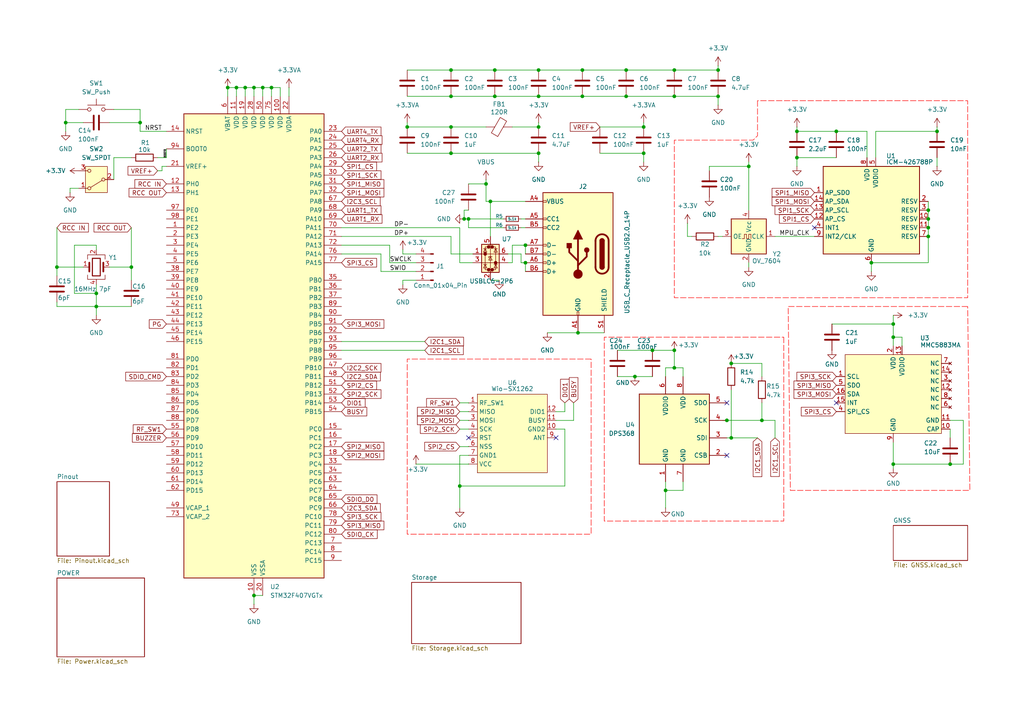
<source format=kicad_sch>
(kicad_sch (version 20250114) (generator "eeschema") (generator_version "9.0")
  (paper "A4")
  (junction (at 135.89 63.5))
  (junction (at 217.17 48.26))
  (junction (at 259.08 97.79))
  (junction (at 193.04 142.24))
  (junction (at 208.28 20.32))
  (junction (at 156.21 27.94))
  (junction (at 259.08 93.98))
  (junction (at 269.24 68.58))
  (junction (at 189.23 101.6))
  (junction (at 252.73 76.2))
  (junction (at 168.91 27.94))
  (junction (at 27.94 85.09))
  (junction (at 271.78 38.1))
  (junction (at 275.59 134.62))
  (junction (at 156.21 36.83))
  (junction (at 118.11 36.83))
  (junction (at 66.04 25.4))
  (junction (at 269.24 60.96))
  (junction (at 212.09 127))
  (junction (at 130.81 20.32))
  (junction (at 133.35 140.97))
  (junction (at 143.51 20.32))
  (junction (at 210.82 121.92))
  (junction (at 231.14 38.1))
  (junction (at 269.24 63.5))
  (junction (at 143.51 27.94))
  (junction (at 152.4 76.2))
  (junction (at 78.74 25.4))
  (junction (at 76.2 25.4))
  (junction (at 184.15 109.22))
  (junction (at 19.05 35.56))
  (junction (at 152.4 71.12))
  (junction (at 140.97 53.34))
  (junction (at 40.64 35.56))
  (junction (at 130.81 36.83))
  (junction (at 195.58 101.6))
  (junction (at 73.66 25.4))
  (junction (at 130.81 44.45))
  (junction (at 195.58 20.32))
  (junction (at 186.69 44.45))
  (junction (at 156.21 20.32))
  (junction (at 186.69 36.83))
  (junction (at 130.81 27.94))
  (junction (at 38.1 77.47))
  (junction (at 71.12 25.4))
  (junction (at 195.58 106.68))
  (junction (at 208.28 27.94))
  (junction (at 269.24 66.04))
  (junction (at 168.91 20.32))
  (junction (at 134.62 63.5))
  (junction (at 16.51 77.47))
  (junction (at 181.61 27.94))
  (junction (at 156.21 44.45))
  (junction (at 181.61 20.32))
  (junction (at 167.64 96.52))
  (junction (at 195.58 27.94))
  (junction (at 242.57 38.1))
  (junction (at 231.14 45.72))
  (junction (at 259.08 134.62))
  (junction (at 220.98 121.92))
  (junction (at 73.66 172.72))
  (junction (at 68.58 25.4))
  (junction (at 142.24 58.42))
  (junction (at 212.09 105.41))
  (junction (at 27.94 88.9))
  (no_connect (at 161.2646 126.9746))
  (no_connect (at 210.82 132.08))
  (no_connect (at 135.9154 126.9746))
  (no_connect (at 236.22 66.04))
  (no_connect (at 210.82 116.84))
  (no_connect (at 242.57 116.84))
  (wire (pts (xy 16.51 77.47) (xy 24.13 77.47)))
  (wire (pts (xy 279.4 121.92) (xy 279.4 134.62)))
  (wire (pts (xy 168.91 27.94) (xy 181.61 27.94)))
  (wire (pts (xy 118.11 36.83) (xy 130.81 36.83)))
  (wire (pts (xy 16.51 88.9) (xy 27.94 88.9)))
  (wire (pts (xy 135.89 121.92) (xy 135.89 121.9454)))
  (wire (pts (xy 130.81 73.66) (xy 137.16 73.66)))
  (wire (pts (xy 269.24 63.5) (xy 269.24 66.04)))
  (wire (pts (xy 27.94 82.55) (xy 27.94 85.09)))
  (wire (pts (xy 254 45.72) (xy 254 38.1)))
  (wire (pts (xy 113.03 71.12) (xy 99.06 71.12)))
  (wire (pts (xy 275.59 134.62) (xy 279.4 134.62)))
  (wire (pts (xy 167.64 96.52) (xy 175.26 96.52)))
  (wire (pts (xy 198.12 142.24) (xy 198.12 139.7)))
  (wire (pts (xy 212.09 127) (xy 210.82 127)))
  (wire (pts (xy 242.57 38.1) (xy 251.46 38.1)))
  (wire (pts (xy 181.61 20.32) (xy 195.58 20.32)))
  (wire (pts (xy 271.78 36.83) (xy 271.78 38.1)))
  (wire (pts (xy 118.11 35.56) (xy 118.11 36.83)))
  (wire (pts (xy 186.69 44.45) (xy 186.69 46.99)))
  (wire (pts (xy 142.24 81.28) (xy 144.78 81.28)))
  (wire (pts (xy 156.21 20.32) (xy 168.91 20.32)))
  (wire (pts (xy 143.51 27.94) (xy 156.21 27.94)))
  (wire (pts (xy 45.72 49.53) (xy 46.99 49.53)))
  (wire (pts (xy 27.94 71.12) (xy 21.59 71.12)))
  (wire (pts (xy 186.69 35.56) (xy 186.69 36.83)))
  (wire (pts (xy 189.23 101.6) (xy 179.07 101.6)))
  (wire (pts (xy 152.4 63.5) (xy 151.13 63.5)))
  (wire (pts (xy 66.04 25.4) (xy 68.58 25.4)))
  (wire (pts (xy 199.39 68.58) (xy 200.66 68.58)))
  (wire (pts (xy 68.58 25.4) (xy 71.12 25.4)))
  (wire (pts (xy 147.32 73.66) (xy 151.13 73.66)))
  (wire (pts (xy 135.89 66.04) (xy 135.89 63.5)))
  (wire (pts (xy 135.89 134.62) (xy 135.89 134.5946)))
  (wire (pts (xy 163.83 116.84) (xy 163.83 119.4054)))
  (wire (pts (xy 148.59 71.12) (xy 152.4 71.12)))
  (wire (pts (xy 156.21 27.94) (xy 168.91 27.94)))
  (wire (pts (xy 209.55 121.92) (xy 210.82 121.92)))
  (wire (pts (xy 27.94 85.09) (xy 27.94 88.9)))
  (wire (pts (xy 116.84 81.28) (xy 116.84 82.55)))
  (wire (pts (xy 163.83 124.46) (xy 161.2646 124.46)))
  (wire (pts (xy 140.97 52.07) (xy 140.97 53.34)))
  (wire (pts (xy 73.66 25.4) (xy 73.66 27.94)))
  (wire (pts (xy 135.9154 124.46) (xy 133.35 124.46)))
  (wire (pts (xy 146.05 66.04) (xy 135.89 66.04)))
  (wire (pts (xy 195.58 101.6) (xy 195.58 106.68)))
  (wire (pts (xy 181.61 27.94) (xy 195.58 27.94)))
  (wire (pts (xy 269.24 60.96) (xy 269.24 63.5)))
  (wire (pts (xy 130.81 27.94) (xy 143.51 27.94)))
  (wire (pts (xy 133.35 76.2) (xy 137.16 76.2)))
  (wire (pts (xy 110.49 78.74) (xy 110.49 73.66)))
  (wire (pts (xy 151.13 73.66) (xy 151.13 76.2)))
  (wire (pts (xy 118.11 44.45) (xy 130.81 44.45)))
  (wire (pts (xy 99.06 99.06) (xy 123.19 99.06)))
  (wire (pts (xy 120.65 81.28) (xy 116.84 81.28)))
  (wire (pts (xy 147.32 76.2) (xy 148.59 76.2)))
  (wire (pts (xy 22.86 31.75) (xy 19.05 31.75)))
  (wire (pts (xy 22.86 54.61) (xy 20.32 54.61)))
  (wire (pts (xy 118.11 27.94) (xy 130.81 27.94)))
  (wire (pts (xy 271.78 45.72) (xy 271.78 48.26)))
  (wire (pts (xy 205.74 48.26) (xy 217.17 48.26)))
  (wire (pts (xy 99.06 101.6) (xy 123.19 101.6)))
  (wire (pts (xy 167.64 96.52) (xy 158.75 96.52)))
  (wire (pts (xy 16.51 88.9) (xy 16.51 87.63)))
  (wire (pts (xy 135.89 129.54) (xy 133.35 129.54)))
  (wire (pts (xy 81.28 25.4) (xy 81.28 27.94)))
  (wire (pts (xy 38.1 77.47) (xy 38.1 81.28)))
  (wire (pts (xy 116.84 73.66) (xy 120.65 73.66)))
  (wire (pts (xy 16.51 66.04) (xy 16.51 77.47)))
  (wire (pts (xy 135.89 53.34) (xy 140.97 53.34)))
  (wire (pts (xy 152.4 71.12) (xy 152.4 73.66)))
  (wire (pts (xy 16.51 77.47) (xy 16.51 80.01)))
  (wire (pts (xy 173.99 44.45) (xy 186.69 44.45)))
  (wire (pts (xy 130.81 68.58) (xy 130.81 73.66)))
  (wire (pts (xy 198.12 106.68) (xy 198.12 109.22)))
  (wire (pts (xy 40.64 38.1) (xy 48.26 38.1)))
  (wire (pts (xy 220.98 121.92) (xy 224.79 121.92)))
  (wire (pts (xy 135.89 129.5146) (xy 135.9154 129.5146)))
  (wire (pts (xy 152.4 76.2) (xy 152.4 78.74)))
  (wire (pts (xy 135.89 116.8654) (xy 135.9154 116.8654)))
  (wire (pts (xy 134.62 63.5) (xy 135.89 63.5)))
  (wire (pts (xy 259.08 128.27) (xy 259.08 134.62)))
  (wire (pts (xy 269.24 68.58) (xy 269.24 76.2)))
  (wire (pts (xy 261.62 97.79) (xy 259.08 97.79)))
  (wire (pts (xy 113.03 76.2) (xy 113.03 71.12)))
  (wire (pts (xy 254 38.1) (xy 271.78 38.1)))
  (wire (pts (xy 40.64 31.75) (xy 40.64 35.56)))
  (wire (pts (xy 193.04 142.24) (xy 198.12 142.24)))
  (wire (pts (xy 251.46 38.1) (xy 251.46 45.72)))
  (wire (pts (xy 259.08 134.62) (xy 275.59 134.62)))
  (wire (pts (xy 259.08 93.98) (xy 259.08 97.79)))
  (wire (pts (xy 83.82 25.4) (xy 83.82 27.94)))
  (wire (pts (xy 217.17 48.26) (xy 217.17 60.96)))
  (wire (pts (xy 212.09 113.03) (xy 212.09 127)))
  (wire (pts (xy 148.59 76.2) (xy 148.59 71.12)))
  (wire (pts (xy 113.03 76.2) (xy 120.65 76.2)))
  (wire (pts (xy 163.83 119.4054) (xy 161.2646 119.4054)))
  (wire (pts (xy 231.14 45.72) (xy 242.57 45.72)))
  (wire (pts (xy 275.59 121.92) (xy 279.4 121.92)))
  (wire (pts (xy 133.35 140.97) (xy 133.35 147.32)))
  (wire (pts (xy 217.17 46.99) (xy 217.17 48.26)))
  (wire (pts (xy 151.13 66.04) (xy 152.4 66.04)))
  (wire (pts (xy 148.59 36.83) (xy 156.21 36.83)))
  (wire (pts (xy 133.35 132.08) (xy 133.35 140.97)))
  (wire (pts (xy 135.89 119.38) (xy 135.89 119.4054)))
  (wire (pts (xy 120.65 134.62) (xy 135.89 134.62)))
  (wire (pts (xy 168.91 20.32) (xy 181.61 20.32)))
  (wire (pts (xy 217.17 77.47) (xy 217.17 76.2)))
  (wire (pts (xy 261.62 100.33) (xy 261.62 97.79)))
  (wire (pts (xy 189.23 109.22) (xy 184.15 109.22)))
  (wire (pts (xy 38.1 66.04) (xy 38.1 77.47)))
  (wire (pts (xy 78.74 25.4) (xy 78.74 27.94)))
  (wire (pts (xy 135.89 121.9454) (xy 135.9154 121.9454)))
  (wire (pts (xy 205.74 49.53) (xy 205.74 48.26)))
  (wire (pts (xy 184.15 109.22) (xy 179.07 109.22)))
  (wire (pts (xy 99.06 66.04) (xy 133.35 66.04)))
  (wire (pts (xy 130.81 44.45) (xy 156.21 44.45)))
  (wire (pts (xy 27.94 88.9) (xy 38.1 88.9)))
  (wire (pts (xy 259.08 97.79) (xy 259.08 100.33)))
  (wire (pts (xy 143.51 20.32) (xy 156.21 20.32)))
  (wire (pts (xy 21.59 85.09) (xy 27.94 85.09)))
  (wire (pts (xy 33.02 31.75) (xy 40.64 31.75)))
  (wire (pts (xy 173.99 36.83) (xy 186.69 36.83)))
  (wire (pts (xy 71.12 25.4) (xy 73.66 25.4)))
  (wire (pts (xy 48.26 43.18) (xy 48.26 45.72)))
  (wire (pts (xy 135.89 132.08) (xy 135.89 132.0546)))
  (wire (pts (xy 208.28 20.32) (xy 195.58 20.32)))
  (wire (pts (xy 224.79 68.58) (xy 236.22 68.58)))
  (wire (pts (xy 189.23 101.6) (xy 195.58 101.6)))
  (wire (pts (xy 135.89 60.96) (xy 134.62 60.96)))
  (wire (pts (xy 142.24 58.42) (xy 152.4 58.42)))
  (wire (pts (xy 99.06 68.58) (xy 130.81 68.58)))
  (wire (pts (xy 135.89 116.84) (xy 135.89 116.8654)))
  (wire (pts (xy 31.75 35.56) (xy 40.64 35.56)))
  (wire (pts (xy 27.94 72.39) (xy 27.94 71.12)))
  (wire (pts (xy 140.97 58.42) (xy 142.24 58.42)))
  (wire (pts (xy 73.66 25.4) (xy 76.2 25.4)))
  (wire (pts (xy 269.24 76.2) (xy 252.73 76.2)))
  (wire (pts (xy 193.04 139.7) (xy 193.04 142.24)))
  (wire (pts (xy 76.2 25.4) (xy 76.2 27.94)))
  (wire (pts (xy 195.58 27.94) (xy 208.28 27.94)))
  (wire (pts (xy 110.49 73.66) (xy 99.06 73.66)))
  (wire (pts (xy 231.14 38.1) (xy 242.57 38.1)))
  (wire (pts (xy 27.94 91.44) (xy 27.94 88.9)))
  (wire (pts (xy 199.39 64.77) (xy 199.39 68.58)))
  (wire (pts (xy 135.89 119.4054) (xy 135.9154 119.4054)))
  (wire (pts (xy 231.14 45.72) (xy 231.14 48.26)))
  (wire (pts (xy 193.04 109.22) (xy 193.04 106.68)))
  (wire (pts (xy 135.89 132.08) (xy 133.35 132.08)))
  (wire (pts (xy 19.05 35.56) (xy 19.05 38.1)))
  (wire (pts (xy 21.59 71.12) (xy 21.59 85.09)))
  (wire (pts (xy 130.81 20.32) (xy 143.51 20.32)))
  (wire (pts (xy 38.1 77.47) (xy 31.75 77.47)))
  (wire (pts (xy 156.21 35.56) (xy 156.21 36.83)))
  (wire (pts (xy 219.71 127) (xy 212.09 127)))
  (wire (pts (xy 135.89 63.5) (xy 146.05 63.5)))
  (wire (pts (xy 68.58 25.4) (xy 68.58 27.94)))
  (wire (pts (xy 66.04 25.4) (xy 66.04 27.94)))
  (wire (pts (xy 156.21 44.45) (xy 156.21 46.99)))
  (wire (pts (xy 210.82 121.92) (xy 220.98 121.92)))
  (wire (pts (xy 269.24 58.42) (xy 269.24 60.96)))
  (wire (pts (xy 130.81 20.32) (xy 118.11 20.32)))
  (wire (pts (xy 193.04 106.68) (xy 195.58 106.68)))
  (wire (pts (xy 208.28 27.94) (xy 208.28 30.48)))
  (wire (pts (xy 195.58 106.68) (xy 198.12 106.68)))
  (wire (pts (xy 24.13 35.56) (xy 19.05 35.56)))
  (wire (pts (xy 151.13 76.2) (xy 152.4 76.2)))
  (wire (pts (xy 193.04 142.24) (xy 193.04 147.32)))
  (wire (pts (xy 135.89 119.38) (xy 133.35 119.38)))
  (wire (pts (xy 142.24 58.42) (xy 142.24 68.58)))
  (wire (pts (xy 133.35 66.04) (xy 133.35 76.2)))
  (wire (pts (xy 275.59 124.46) (xy 275.59 127)))
  (wire (pts (xy 19.05 31.75) (xy 19.05 35.56)))
  (wire (pts (xy 269.24 66.04) (xy 269.24 68.58)))
  (wire (pts (xy 208.28 68.58) (xy 209.55 68.58)))
  (wire (pts (xy 163.83 140.97) (xy 133.35 140.97)))
  (wire (pts (xy 134.62 60.96) (xy 134.62 63.5)))
  (wire (pts (xy 33.02 45.72) (xy 33.02 52.07)))
  (wire (pts (xy 33.02 45.72) (xy 38.1 45.72)))
  (wire (pts (xy 166.37 121.9454) (xy 161.2646 121.9454)))
  (wire (pts (xy 48.26 45.72) (xy 45.72 45.72)))
  (wire (pts (xy 224.79 121.92) (xy 224.79 127)))
  (wire (pts (xy 220.98 109.22) (xy 220.98 105.41)))
  (wire (pts (xy 220.98 105.41) (xy 212.09 105.41)))
  (wire (pts (xy 71.12 25.4) (xy 71.12 27.94)))
  (wire (pts (xy 46.99 49.53) (xy 46.99 48.26)))
  (wire (pts (xy 166.37 116.84) (xy 166.37 121.9454)))
  (wire (pts (xy 163.83 140.97) (xy 163.83 124.46)))
  (wire (pts (xy 78.74 25.4) (xy 81.28 25.4)))
  (wire (pts (xy 135.89 132.0546) (xy 135.9154 132.0546)))
  (wire (pts (xy 231.14 36.83) (xy 231.14 38.1)))
  (wire (pts (xy 40.64 35.56) (xy 40.64 38.1)))
  (wire (pts (xy 220.98 116.84) (xy 220.98 121.92)))
  (wire (pts (xy 208.28 19.05) (xy 208.28 20.32)))
  (wire (pts (xy 130.81 36.83) (xy 140.97 36.83)))
  (wire (pts (xy 73.66 172.72) (xy 76.2 172.72)))
  (wire (pts (xy 110.49 78.74) (xy 120.65 78.74)))
  (wire (pts (xy 46.99 48.26) (xy 48.26 48.26)))
  (wire (pts (xy 76.2 25.4) (xy 78.74 25.4)))
  (wire (pts (xy 259.08 134.62) (xy 259.08 135.89)))
  (wire (pts (xy 135.89 121.92) (xy 133.35 121.92)))
  (wire (pts (xy 116.84 72.39) (xy 116.84 73.66)))
  (wire (pts (xy 135.89 134.5946) (xy 135.9154 134.5946)))
  (wire (pts (xy 241.3 93.98) (xy 259.08 93.98)))
  (wire (pts (xy 20.32 54.61) (xy 20.32 55.88)))
  (wire (pts (xy 252.73 76.2) (xy 252.73 78.74)))
  (wire (pts (xy 73.66 172.72) (xy 73.66 175.26)))
  (wire (pts (xy 259.08 91.44) (xy 259.08 93.98)))
  (wire (pts (xy 135.89 129.54) (xy 135.89 129.5146)))
  (wire (pts (xy 135.89 116.84) (xy 133.35 116.84)))
  (wire (pts (xy 140.97 53.34) (xy 140.97 58.42)))
  (label "NRST" (at 46.99 38.1 180))
  (label "DP+" (at 114.3 68.58 0))
  (label "SWCLK" (at 113.03 76.2 0))
  (label "SWIO" (at 113.03 78.74 0))
  (label "MPU_CLK" (at 226.06 68.58 0))
  (label "BOOT0" (at 48.26 43.18 270) (effects (font (size 0.508 0.508))))
  (label "DP-" (at 114.3 66.04 0))
  (global_label "I2C1_SCL" (shape input) (at 123.19 101.6 0) (property "Intersheetrefs" "${INTERSHEET_REFS}" (effects (hide yes))))
  (global_label "SPI3_SCK" (shape input) (at 242.57 109.22 180) (property "Intersheetrefs" "${INTERSHEET_REFS}" (effects (hide yes))))
  (global_label "BUZZER" (shape input) (at 48.26 127 180) (property "Intersheetrefs" "${INTERSHEET_REFS}" (effects (hide yes))))
  (global_label "I2C2_SCK" (shape input) (at 99.06 106.68 0) (property "Intersheetrefs" "${INTERSHEET_REFS}" (effects (hide yes))))
  (global_label "SDIO_D0" (shape input) (at 99.06 144.78 0) (property "Intersheetrefs" "${INTERSHEET_REFS}" (effects (hide yes))))
  (global_label "SPI2_SCK" (shape input) (at 99.06 114.3 0) (property "Intersheetrefs" "${INTERSHEET_REFS}" (effects (hide yes))))
  (global_label "SDIO_CK" (shape input) (at 99.06 154.94 0) (property "Intersheetrefs" "${INTERSHEET_REFS}" (effects (hide yes))))
  (global_label "RF_SW1" (shape input) (at 133.35 116.84 180) (property "Intersheetrefs" "${INTERSHEET_REFS}" (effects (hide yes))))
  (global_label "SPI3_MOSI" (shape input) (at 242.57 114.3 180) (property "Intersheetrefs" "${INTERSHEET_REFS}" (effects (hide yes))))
  (global_label "SDIO_CMD" (shape input) (at 48.26 109.22 180) (property "Intersheetrefs" "${INTERSHEET_REFS}" (effects (hide yes))))
  (global_label "PG" (shape input) (at 48.26 93.98 180) (property "Intersheetrefs" "${INTERSHEET_REFS}" (effects (hide yes))))
  (global_label "I2C3_SCL" (shape input) (at 99.06 58.42 0) (property "Intersheetrefs" "${INTERSHEET_REFS}" (effects (hide yes))))
  (global_label "SPI2_MISO" (shape input) (at 99.06 129.54 0) (property "Intersheetrefs" "${INTERSHEET_REFS}" (effects (hide yes))))
  (global_label "SPI1_MOSI" (shape input) (at 236.22 58.42 180) (property "Intersheetrefs" "${INTERSHEET_REFS}" (effects (hide yes))))
  (global_label "RCC OUT" (shape input) (at 48.26 55.88 180) (property "Intersheetrefs" "${INTERSHEET_REFS}" (effects (hide yes))))
  (global_label "SPI2_SCK" (shape input) (at 133.35 124.46 180) (property "Intersheetrefs" "${INTERSHEET_REFS}" (effects (hide yes))))
  (global_label "SPI3_SCK" (shape input) (at 99.06 149.86 0) (property "Intersheetrefs" "${INTERSHEET_REFS}" (effects (hide yes))))
  (global_label "SPI1_MISO" (shape input) (at 236.22 55.88 180) (property "Intersheetrefs" "${INTERSHEET_REFS}" (effects (hide yes))))
  (global_label "SPI3_MISO" (shape input) (at 99.06 152.4 0) (property "Intersheetrefs" "${INTERSHEET_REFS}" (effects (hide yes))))
  (global_label "SPI3_CS" (shape input) (at 242.57 119.38 180) (property "Intersheetrefs" "${INTERSHEET_REFS}" (effects (hide yes))))
  (global_label "SPI3_MOSI" (shape input) (at 99.06 93.98 0) (property "Intersheetrefs" "${INTERSHEET_REFS}" (effects (hide yes))))
  (global_label "SPI1_CS" (shape input) (at 99.06 48.26 0) (property "Intersheetrefs" "${INTERSHEET_REFS}" (effects (hide yes))))
  (global_label "SPI2_CS" (shape input) (at 133.35 129.54 180) (property "Intersheetrefs" "${INTERSHEET_REFS}" (effects (hide yes))))
  (global_label "VREF+" (shape input) (at 45.72 49.53 180) (property "Intersheetrefs" "${INTERSHEET_REFS}" (effects (hide yes))))
  (global_label "UART2_RX" (shape input) (at 99.06 45.72 0) (property "Intersheetrefs" "${INTERSHEET_REFS}" (effects (hide yes))))
  (global_label "I2C3_SDA" (shape input) (at 99.06 147.32 0) (property "Intersheetrefs" "${INTERSHEET_REFS}" (effects (hide yes))))
  (global_label "UART1_TX" (shape input) (at 99.06 60.96 0) (property "Intersheetrefs" "${INTERSHEET_REFS}" (effects (hide yes))))
  (global_label "I2C2_SDA" (shape input) (at 99.06 109.22 0) (property "Intersheetrefs" "${INTERSHEET_REFS}" (effects (hide yes))))
  (global_label "RF_SW1" (shape input) (at 48.26 124.46 180) (property "Intersheetrefs" "${INTERSHEET_REFS}" (effects (hide yes))))
  (global_label "BUSY" (shape input) (at 99.06 119.38 0) (property "Intersheetrefs" "${INTERSHEET_REFS}" (effects (hide yes))))
  (global_label "RCC IN" (shape input) (at 48.26 53.34 180) (property "Intersheetrefs" "${INTERSHEET_REFS}" (effects (hide yes))))
  (global_label "SPI3_CS" (shape input) (at 99.06 76.2 0) (property "Intersheetrefs" "${INTERSHEET_REFS}" (effects (hide yes))))
  (global_label "UART1_RX" (shape input) (at 99.06 63.5 0) (property "Intersheetrefs" "${INTERSHEET_REFS}" (effects (hide yes))))
  (global_label "UART2_TX" (shape input) (at 99.06 43.18 0) (property "Intersheetrefs" "${INTERSHEET_REFS}" (effects (hide yes))))
  (global_label "UART4_TX" (shape input) (at 99.06 38.1 0) (property "Intersheetrefs" "${INTERSHEET_REFS}" (effects (hide yes))))
  (global_label "UART4_RX" (shape input) (at 99.06 40.64 0) (property "Intersheetrefs" "${INTERSHEET_REFS}" (effects (hide yes))))
  (global_label "SPI2_MOSI" (shape input) (at 99.06 132.08 0) (property "Intersheetrefs" "${INTERSHEET_REFS}" (effects (hide yes))))
  (global_label "SPI2_MISO" (shape input) (at 133.35 119.38 180) (property "Intersheetrefs" "${INTERSHEET_REFS}" (effects (hide yes))))
  (global_label "BUSY" (shape input) (at 166.37 116.84 90) (property "Intersheetrefs" "${INTERSHEET_REFS}" (effects (hide yes))))
  (global_label "RCC OUT" (shape input) (at 38.1 66.04 180) (property "Intersheetrefs" "${INTERSHEET_REFS}" (effects (hide yes))))
  (global_label "I2C1_SDA" (shape input) (at 123.19 99.06 0) (property "Intersheetrefs" "${INTERSHEET_REFS}" (effects (hide yes))))
  (global_label "DIO1" (shape input) (at 163.83 116.84 90) (property "Intersheetrefs" "${INTERSHEET_REFS}" (effects (hide yes))))
  (global_label "DIO1" (shape input) (at 99.06 116.84 0) (property "Intersheetrefs" "${INTERSHEET_REFS}" (effects (hide yes))))
  (global_label "SPI2_CS" (shape input) (at 99.06 111.76 0) (property "Intersheetrefs" "${INTERSHEET_REFS}" (effects (hide yes))))
  (global_label "SPI2_MOSI" (shape input) (at 133.35 121.92 180) (property "Intersheetrefs" "${INTERSHEET_REFS}" (effects (hide yes))))
  (global_label "I2C1_SDA" (shape input) (at 219.71 127 270) (property "Intersheetrefs" "${INTERSHEET_REFS}" (effects (hide yes))))
  (global_label "SPI1_SCK" (shape input) (at 99.06 50.8 0) (property "Intersheetrefs" "${INTERSHEET_REFS}" (effects (hide yes))))
  (global_label "RCC IN" (shape input) (at 16.51 66.04 0) (property "Intersheetrefs" "${INTERSHEET_REFS}" (effects (hide yes))))
  (global_label "SPI1_SCK" (shape input) (at 236.22 60.96 180) (property "Intersheetrefs" "${INTERSHEET_REFS}" (effects (hide yes))))
  (global_label "I2C1_SCL" (shape input) (at 224.79 127 270) (property "Intersheetrefs" "${INTERSHEET_REFS}" (effects (hide yes))))
  (global_label "SPI1_MISO" (shape input) (at 99.06 53.34 0) (property "Intersheetrefs" "${INTERSHEET_REFS}" (effects (hide yes))))
  (global_label "SPI3_MISO" (shape input) (at 242.57 111.76 180) (property "Intersheetrefs" "${INTERSHEET_REFS}" (effects (hide yes))))
  (global_label "VREF+" (shape input) (at 173.99 36.83 180) (property "Intersheetrefs" "${INTERSHEET_REFS}" (effects (hide yes))))
  (global_label "SPI1_CS" (shape input) (at 236.22 63.5 180) (property "Intersheetrefs" "${INTERSHEET_REFS}" (effects (hide yes))))
  (global_label "SPI1_MOSI" (shape input) (at 99.06 55.88 0) (property "Intersheetrefs" "${INTERSHEET_REFS}" (effects (hide yes))))
  (rule_area (polyline (pts (xy 227.33 97.79) (xy 227.33 151.13) (xy 175.26 151.13) (xy 175.26 97.79)) (stroke (width 0) (type dash))))
  (rule_area (polyline (pts (xy 219.71 29.21) (xy 219.71 39.37) (xy 218.44 40.64) (xy 195.58 40.64) (xy 195.58 86.36) (xy 280.67 86.36) (xy 280.67 29.21)) (stroke (width 0) (type dash))))
  (rule_area (polyline (pts (xy 171.45 104.14) (xy 118.11 104.14) (xy 118.11 154.94) (xy 171.45 154.94)) (stroke (width 0) (type dash))))
  (rule_area (polyline (pts (xy 280.67 88.9) (xy 228.6 88.9) (xy 229.235 142.24) (xy 281.305 142.24)) (stroke (width 0) (type dash))))
  (symbol (lib_id "Power_Protection:USBLC6-2P6") (at 142.24 73.66 0) (unit 1)
    (property "Reference" "U7" (at 145.542 69.342 0) (effects (justify left)))
    (property "Value" "USBLC6-2P6" (at 136.144 81.534 0) (effects (justify left)))
    (property "Footprint" "Package_TO_SOT_SMD:SOT-666" (effects (hide yes)))
    (property "Datasheet" "https://www.st.com/resource/en/datasheet/usblc6-2.pdf" (effects (hide yes)))
    (property "Description" "Very low capacitance ESD protection diode, 2 data-line, SOT-666" (effects (hide yes)))
  )
  (symbol (lib_id "Device:R_Small") (at 148.59 63.5 90) (unit 1)
    (property "Reference" "R5" (at 144.78 62.738 90) (effects (font (size 1.016 1.016))))
    (property "Value" "5.1k" (at 148.59 63.5 90) (effects (font (size 0.762 0.762))))
    (property "Footprint" "Resistor_SMD:R_0603_1608Metric" (effects (hide yes)))
    (property "Description" "Resistor, small symbol" (effects (hide yes)))
  )
  (symbol (lib_id "Switch:SW_Push") (at 27.94 31.75 0) (unit 1)
    (property "Reference" "SW1" (at 27.94 24.13 0))
    (property "Value" "SW_Push" (at 27.94 26.67 0))
    (property "Footprint" "Button_Switch_SMD:SW_Push_1P1T_NO_CK_PTS125Sx43PSMTR" (effects (hide yes)))
    (property "Description" "Push button switch, generic, two pins" (effects (hide yes)))
  )
  (symbol (lib_id "power:GND") (at 133.35 147.32 0) (unit 1)
    (property "Reference" "#PWR040" (effects (hide yes)))
    (property "Value" "GND" (at 133.35 152.4 0))
    (property "Description" "Power symbol creates a global label with name \"GND\" , ground" (effects (hide yes)))
  )
  (symbol (lib_id "Device:C") (at 241.3 97.79 0) (unit 1)
    (property "Reference" "C21" (at 245.11 96.5199 0) (effects (justify left)))
    (property "Value" "1uF" (at 245.11 99.0599 0) (effects (justify left)))
    (property "Footprint" "Capacitor_SMD:C_0603_1608Metric" (effects (hide yes)))
    (property "Description" "Unpolarized capacitor" (effects (hide yes)))
  )
  (symbol (lib_id "Device:R") (at 220.98 113.03 0) (unit 1)
    (property "Reference" "R15" (at 222.25 112.014 0) (effects (justify left)))
    (property "Value" "4.7k" (at 222.25 114.554 0) (effects (justify left)))
    (property "Footprint" "Resistor_SMD:R_0603_1608Metric" (effects (hide yes)))
    (property "Description" "Resistor" (effects (hide yes)))
  )
  (symbol (lib_id "power:+3.3V") (at 22.86 49.53 90) (unit 1)
    (property "Reference" "#PWR012" (effects (hide yes)))
    (property "Value" "+3.3V" (at 19.05 49.5299 90) (effects (justify left)))
    (property "Description" "Power symbol creates a global label with name \"+3.3V\"" (effects (hide yes)))
  )
  (symbol (lib_id "power:GND") (at 271.78 48.26 0) (unit 1)
    (property "Reference" "#PWR022" (effects (hide yes)))
    (property "Value" "GND" (at 271.78 53.34 0))
    (property "Description" "Power symbol creates a global label with name \"GND\" , ground" (effects (hide yes)))
  )
  (symbol (lib_id "power:GND") (at 19.05 38.1 0) (unit 1)
    (property "Reference" "#PWR011" (effects (hide yes)))
    (property "Value" "GND" (at 19.05 43.18 0))
    (property "Description" "Power symbol creates a global label with name \"GND\" , ground" (effects (hide yes)))
  )
  (symbol (lib_id "Device:C") (at 156.21 24.13 0) (unit 1)
    (property "Reference" "C4" (at 160.02 22.8599 0) (effects (justify left)))
    (property "Value" "100nF" (at 160.02 25.3999 0) (effects (justify left)))
    (property "Footprint" "Capacitor_SMD:C_0603_1608Metric" (effects (hide yes)))
    (property "Description" "Unpolarized capacitor" (effects (hide yes)))
  )
  (symbol (lib_id "power:+3.3V") (at 66.04 25.4 0) (unit 1)
    (property "Reference" "#PWR02" (effects (hide yes)))
    (property "Value" "+3.3V" (at 66.04 20.32 0))
    (property "Description" "Power symbol creates a global label with name \"+3.3V\"" (effects (hide yes)))
  )
  (symbol (lib_id "power:+3.3V") (at 271.78 36.83 0) (unit 1)
    (property "Reference" "#PWR021" (effects (hide yes)))
    (property "Value" "+3.3V" (at 271.78 31.75 0))
    (property "Description" "Power symbol creates a global label with name \"+3.3V\"" (effects (hide yes)))
  )
  (symbol (lib_id "Device:C") (at 135.89 57.15 0) (mirror x) (unit 1)
    (property "Reference" "C27" (at 132.08 55.8799 0) (effects (justify right)))
    (property "Value" "100nF" (at 132.08 58.4199 0) (effects (justify right)))
    (property "Footprint" "Capacitor_SMD:C_0402_1005Metric_Pad0.74x0.62mm_HandSolder" (effects (hide yes)))
    (property "Description" "Unpolarized capacitor" (effects (hide yes)))
  )
  (symbol (lib_id "Device:C") (at 181.61 24.13 0) (unit 1)
    (property "Reference" "C6" (at 185.42 22.8599 0) (effects (justify left)))
    (property "Value" "100nF" (at 185.42 25.3999 0) (effects (justify left)))
    (property "Footprint" "Capacitor_SMD:C_0603_1608Metric" (effects (hide yes)))
    (property "Description" "Unpolarized capacitor" (effects (hide yes)))
  )
  (symbol (lib_id "Device:C") (at 179.07 105.41 0) (mirror y) (unit 1)
    (property "Reference" "C24" (at 180.594 98.806 0) (effects (justify left)))
    (property "Value" "100nF" (at 182.88 100.584 0) (effects (justify left)))
    (property "Footprint" "Capacitor_SMD:C_0603_1608Metric" (effects (hide yes)))
    (property "Description" "Unpolarized capacitor" (effects (hide yes)))
  )
  (symbol (lib_id "Device:C") (at 27.94 35.56 270) (unit 1)
    (property "Reference" "C14" (at 22.606 37.846 90) (effects (justify left)))
    (property "Value" "100nF" (at 22.606 40.386 90) (effects (justify left)))
    (property "Footprint" "Capacitor_SMD:C_0603_1608Metric" (effects (hide yes)))
    (property "Description" "Unpolarized capacitor" (effects (hide yes)))
  )
  (symbol (lib_id "Sensor:BME280") (at 195.58 124.46 0) (unit 1)
    (property "Reference" "U4" (at 184.15 123.1899 0) (effects (justify right)))
    (property "Value" "DPS368" (at 184.15 125.7299 0) (effects (justify right)))
    (property "Footprint" "Package_LGA:Bosch_LGA-8_2x2.5mm_P0.65mm_ClockwisePinNumbering" (effects (hide yes)))
    (property "Datasheet" "https://www.bosch-sensortec.com/media/boschsensortec/downloads/datasheets/bst-bme280-ds002.pdf" (effects (hide yes)))
    (property "Description" "3-in-1 sensor, humidity, pressure, temperature, I2C and SPI interface, 1.71-3.6V, LGA-8" (effects (hide yes)))
  )
  (symbol (lib_id "power:GND") (at 205.74 57.15 0) (unit 1)
    (property "Reference" "#PWR026" (effects (hide yes)))
    (property "Value" "GND" (at 205.74 62.23 0))
    (property "Description" "Power symbol creates a global label with name \"GND\" , ground" (effects (hide yes)))
  )
  (symbol (lib_id "Device:C") (at 173.99 40.64 0) (unit 1)
    (property "Reference" "C12" (at 177.8 39.3699 0) (effects (justify left)))
    (property "Value" "100nF" (at 177.8 41.9099 0) (effects (justify left)))
    (property "Footprint" "Capacitor_SMD:C_0603_1608Metric" (effects (hide yes)))
    (property "Description" "Unpolarized capacitor" (effects (hide yes)))
  )
  (symbol (lib_id "power:+3.3VA") (at 186.69 35.56 0) (unit 1)
    (property "Reference" "#PWR09" (effects (hide yes)))
    (property "Value" "+3.3VA" (at 186.69 30.48 0))
    (property "Description" "Power symbol creates a global label with name \"+3.3VA\"" (effects (hide yes)))
  )
  (symbol (lib_id "power:GND") (at 144.78 81.28 0) (unit 1)
    (property "Reference" "#PWR042" (effects (hide yes)))
    (property "Value" "GND" (at 144.78 85.344 0))
    (property "Description" "Power symbol creates a global label with name \"GND\" , ground" (effects (hide yes)))
  )
  (symbol (lib_id "power:GND") (at 186.69 46.99 0) (unit 1)
    (property "Reference" "#PWR010" (effects (hide yes)))
    (property "Value" "GND" (at 186.69 52.07 0))
    (property "Description" "Power symbol creates a global label with name \"GND\" , ground" (effects (hide yes)))
  )
  (symbol (lib_id "power:GND") (at 193.04 147.32 0) (unit 1)
    (property "Reference" "#PWR031" (effects (hide yes)))
    (property "Value" "GND" (at 196.596 149.098 0))
    (property "Description" "Power symbol creates a global label with name \"GND\" , ground" (effects (hide yes)))
  )
  (symbol (lib_id "power:GND") (at 208.28 30.48 0) (unit 1)
    (property "Reference" "#PWR04" (effects (hide yes)))
    (property "Value" "GND" (at 208.28 35.56 0))
    (property "Description" "Power symbol creates a global label with name \"GND\" , ground" (effects (hide yes)))
  )
  (symbol (lib_id "Device:C") (at 168.91 24.13 0) (unit 1)
    (property "Reference" "C5" (at 172.72 22.8599 0) (effects (justify left)))
    (property "Value" "100nF" (at 172.72 25.3999 0) (effects (justify left)))
    (property "Footprint" "Capacitor_SMD:C_0603_1608Metric" (effects (hide yes)))
    (property "Description" "Unpolarized capacitor" (effects (hide yes)))
  )
  (symbol (lib_id "power:GND") (at 116.84 82.55 0) (unit 1)
    (property "Reference" "#PWR015" (effects (hide yes)))
    (property "Value" "GND" (at 116.84 87.63 0))
    (property "Description" "Power symbol creates a global label with name \"GND\" , ground" (effects (hide yes)))
  )
  (symbol (lib_id "power:+3.3V") (at 217.17 46.99 0) (unit 1)
    (property "Reference" "#PWR025" (effects (hide yes)))
    (property "Value" "+3.3V" (at 217.17 41.91 0))
    (property "Description" "Power symbol creates a global label with name \"+3.3V\"" (effects (hide yes)))
  )
  (symbol (lib_id "Device:C") (at 242.57 41.91 0) (unit 1)
    (property "Reference" "C18" (at 245.618 40.64 0) (effects (justify left)))
    (property "Value" "100nF" (at 245.618 43.18 0) (effects (justify left)))
    (property "Footprint" "Capacitor_SMD:C_0603_1608Metric" (effects (hide yes)))
    (property "Description" "Unpolarized capacitor" (effects (hide yes)))
  )
  (symbol (lib_id "power:GND") (at 184.15 109.22 0) (mirror y) (unit 1)
    (property "Reference" "#PWR033" (effects (hide yes)))
    (property "Value" "GND" (at 180.594 110.998 0))
    (property "Description" "Power symbol creates a global label with name \"GND\" , ground" (effects (hide yes)))
  )
  (symbol (lib_id "Device:C") (at 118.11 40.64 0) (unit 1)
    (property "Reference" "C9" (at 121.92 39.3699 0) (effects (justify left)))
    (property "Value" "100nF" (at 121.92 41.9099 0) (effects (justify left)))
    (property "Footprint" "Capacitor_SMD:C_0603_1608Metric" (effects (hide yes)))
    (property "Description" "Unpolarized capacitor" (effects (hide yes)))
  )
  (symbol (lib_id "Connector:Conn_01x04_Pin") (at 125.73 78.74 180) (unit 1)
    (property "Reference" "J1" (at 126.492 77.216 0) (effects (justify right)))
    (property "Value" "Conn_01x04_Pin" (at 119.888 82.804 0) (effects (justify right)))
    (property "Footprint" "Connector_PinHeader_2.54mm:PinHeader_1x04_P2.54mm_Vertical" (effects (hide yes)))
    (property "Description" "Generic connector, single row, 01x04, script generated" (effects (hide yes)))
  )
  (symbol (lib_id "Device:C") (at 38.1 85.09 0) (unit 1)
    (property "Reference" "C16" (at 38.354 83.058 0) (effects (justify left)))
    (property "Value" "6pF" (at 38.354 87.376 0) (effects (justify left)))
    (property "Footprint" "Capacitor_SMD:C_0603_1608Metric" (effects (hide yes)))
    (property "Description" "Unpolarized capacitor" (effects (hide yes)))
  )
  (symbol (lib_id "power:GND") (at 134.62 63.5 270) (unit 1)
    (property "Reference" "#PWR018" (effects (hide yes)))
    (property "Value" "GND" (at 130.81 63.4999 90) (effects (justify right)))
    (property "Description" "Power symbol creates a global label with name \"GND\" , ground" (effects (hide yes)))
  )
  (symbol (lib_id "MCU_ST_STM32F4:STM32F407VGTx") (at 73.66 101.6 0) (unit 1)
    (property "Reference" "U2" (at 78.3433 170.18 0) (effects (justify left)))
    (property "Value" "STM32F407VGTx" (at 78.3433 172.72 0) (effects (justify left)))
    (property "Footprint" "Package_QFP:LQFP-100_14x14mm_P0.5mm" (effects (hide yes)))
    (property "Datasheet" "https://www.st.com/resource/en/datasheet/stm32f407vg.pdf" (effects (hide yes)))
    (property "Description" "STMicroelectronics Arm Cortex-M4 MCU, 1024KB flash, 192KB RAM, 168 MHz, 1.8-3.6V, 82 GPIO, LQFP100" (effects (hide yes)))
  )
  (symbol (lib_id "Device:C") (at 189.23 105.41 0) (mirror y) (unit 1)
    (property "Reference" "C23" (at 188.722 98.806 0) (effects (justify left)))
    (property "Value" "100nF" (at 190.754 100.584 0) (effects (justify left)))
    (property "Footprint" "Capacitor_SMD:C_0603_1608Metric" (effects (hide yes)))
    (property "Description" "Unpolarized capacitor" (effects (hide yes)))
  )
  (symbol (lib_id "Device:C") (at 130.81 40.64 0) (unit 1)
    (property "Reference" "C10" (at 134.62 39.3699 0) (effects (justify left)))
    (property "Value" "1uF" (at 134.62 41.9099 0) (effects (justify left)))
    (property "Footprint" "Capacitor_SMD:C_0603_1608Metric" (effects (hide yes)))
    (property "Description" "Unpolarized capacitor" (effects (hide yes)))
  )
  (symbol (lib_id "power:GND") (at 158.75 96.52 0) (unit 1)
    (property "Reference" "#PWR041" (effects (hide yes)))
    (property "Value" "GND" (at 158.75 101.6 0))
    (property "Description" "Power symbol creates a global label with name \"GND\" , ground" (effects (hide yes)))
  )
  (symbol (lib_id "Device:C") (at 16.51 83.82 0) (unit 1)
    (property "Reference" "C15" (at 16.764 81.534 0) (effects (justify left)))
    (property "Value" "6pF" (at 16.764 86.36 0) (effects (justify left)))
    (property "Footprint" "Capacitor_SMD:C_0603_1608Metric" (effects (hide yes)))
    (property "Description" "Unpolarized capacitor" (effects (hide yes)))
  )
  (symbol (lib_id "power:GND") (at 241.3 101.6 0) (unit 1)
    (property "Reference" "#PWR029" (effects (hide yes)))
    (property "Value" "GND" (at 241.3 105.664 0))
    (property "Description" "Power symbol creates a global label with name \"GND\" , ground" (effects (hide yes)))
  )
  (symbol (lib_id "power:+3.3V") (at 195.58 101.6 0) (unit 1)
    (property "Reference" "#PWR032" (effects (hide yes)))
    (property "Value" "+3.3V" (at 199.644 100.076 0))
    (property "Description" "Power symbol creates a global label with name \"+3.3V\"" (effects (hide yes)))
  )
  (symbol (lib_id "power:GND") (at 231.14 48.26 0) (unit 1)
    (property "Reference" "#PWR020" (effects (hide yes)))
    (property "Value" "GND" (at 231.14 53.34 0))
    (property "Description" "Power symbol creates a global label with name \"GND\" , ground" (effects (hide yes)))
  )
  (symbol (lib_id "power:+3.3V") (at 199.39 64.77 0) (unit 1)
    (property "Reference" "#PWR027" (effects (hide yes)))
    (property "Value" "+3.3V" (at 199.39 59.69 0))
    (property "Description" "Power symbol creates a global label with name \"+3.3V\"" (effects (hide yes)))
  )
  (symbol (lib_id "Device:C") (at 205.74 53.34 0) (unit 1)
    (property "Reference" "C20" (at 208.788 52.07 0) (effects (justify left)))
    (property "Value" "100nF" (at 208.788 54.61 0) (effects (justify left)))
    (property "Footprint" "Capacitor_SMD:C_0603_1608Metric" (effects (hide yes)))
    (property "Description" "Unpolarized capacitor" (effects (hide yes)))
  )
  (symbol (lib_id "Device:R_Small") (at 148.59 66.04 90) (unit 1)
    (property "Reference" "R6" (at 144.78 65.278 90) (effects (font (size 1.016 1.016))))
    (property "Value" "5.1k" (at 148.59 66.04 90) (effects (font (size 0.762 0.762))))
    (property "Footprint" "Resistor_SMD:R_0603_1608Metric" (effects (hide yes)))
    (property "Description" "Resistor, small symbol" (effects (hide yes)))
  )
  (symbol (lib_id "power:+3.3V") (at 231.14 36.83 0) (unit 1)
    (property "Reference" "#PWR019" (effects (hide yes)))
    (property "Value" "+3.3V" (at 231.14 31.75 0))
    (property "Description" "Power symbol creates a global label with name \"+3.3V\"" (effects (hide yes)))
  )
  (symbol (lib_id "Device:C") (at 186.69 40.64 0) (unit 1)
    (property "Reference" "C13" (at 190.5 39.3699 0) (effects (justify left)))
    (property "Value" "1uF" (at 190.5 41.9099 0) (effects (justify left)))
    (property "Footprint" "Capacitor_SMD:C_0603_1608Metric" (effects (hide yes)))
    (property "Description" "Unpolarized capacitor" (effects (hide yes)))
  )
  (symbol (lib_id "Device:FerriteBead") (at 144.78 36.83 90) (unit 1)
    (property "Reference" "FB1" (at 144.78 30.226 90))
    (property "Value" "120R" (at 144.78 32.512 90))
    (property "Footprint" "Inductor_SMD:L_1206_3216Metric" (effects (hide yes)))
    (property "Description" "Ferrite bead" (effects (hide yes)))
  )
  (symbol (lib_id "Sensor_Magnetic:MMC5883MA") (at 259.08 114.3 0) (unit 1)
    (property "Reference" "U3" (at 268.224 98.044 0))
    (property "Value" "MMC5883MA" (at 272.796 100.076 0))
    (property "Footprint" "Package_LGA:LGA-16_3x3mm_P0.5mm" (effects (hide yes)))
    (property "Datasheet" "http://www.memsic.com/userfiles/files/DataSheets/Magnetic-Sensors-Datasheets/MMC5883MA-RevC.pdf" (effects (hide yes)))
    (property "Description" "3-axis Magnetic Sensor, I2C Interface, LGA-16" (effects (hide yes)))
  )
  (symbol (lib_id "power:GND") (at 252.73 78.74 0) (unit 1)
    (property "Reference" "#PWR023" (effects (hide yes)))
    (property "Value" "GND" (at 252.73 83.82 0))
    (property "Description" "Power symbol creates a global label with name \"GND\" , ground" (effects (hide yes)))
  )
  (symbol (lib_id "Device:C") (at 143.51 24.13 0) (unit 1)
    (property "Reference" "C3" (at 147.32 22.8599 0) (effects (justify left)))
    (property "Value" "100nF" (at 147.32 25.3999 0) (effects (justify left)))
    (property "Footprint" "Capacitor_SMD:C_0603_1608Metric" (effects (hide yes)))
    (property "Description" "Unpolarized capacitor" (effects (hide yes)))
  )
  (symbol (lib_id "Connector:USB_C_Receptacle_USB2.0_14P") (at 167.64 73.66 0) (mirror y) (unit 1)
    (property "Reference" "J2" (at 167.894 54.102 0) (effects (justify right)))
    (property "Value" "USB_C_Receptacle_USB2.0_14P" (at 181.864 60.96 90) (effects (justify right)))
    (property "Footprint" "Connector_USB:USB_C_Receptacle_GCT_USB4105-xx-A_16P_TopMnt_Horizontal" (effects (hide yes)))
    (property "Datasheet" "https://www.usb.org/sites/default/files/documents/usb_type-c.zip" (effects (hide yes)))
    (property "Description" "USB 2.0-only 14P Type-C Receptacle connector" (effects (hide yes)))
  )
  (symbol (lib_id "power:+3.3V") (at 208.28 19.05 0) (unit 1)
    (property "Reference" "#PWR03" (effects (hide yes)))
    (property "Value" "+3.3V" (at 208.28 13.97 0))
    (property "Description" "Power symbol creates a global label with name \"+3.3V\"" (effects (hide yes)))
  )
  (symbol (lib_id "Device:C") (at 118.11 24.13 0) (unit 1)
    (property "Reference" "C1" (at 121.92 22.8599 0) (effects (justify left)))
    (property "Value" "100nF" (at 121.92 25.3999 0) (effects (justify left)))
    (property "Footprint" "Capacitor_SMD:C_0603_1608Metric" (effects (hide yes)))
    (property "Description" "Unpolarized capacitor" (effects (hide yes)))
  )
  (symbol (lib_id "power:+3.3V") (at 212.09 105.41 0) (unit 1)
    (property "Reference" "#PWR039" (effects (hide yes)))
    (property "Value" "+3.3V" (at 215.646 103.378 0))
    (property "Description" "Power symbol creates a global label with name \"+3.3V\"" (effects (hide yes)))
  )
  (symbol (lib_id "Device:R") (at 212.09 109.22 0) (unit 1)
    (property "Reference" "R14" (at 214.63 107.9499 0) (effects (justify left)))
    (property "Value" "4.7k" (at 214.63 110.4899 0) (effects (justify left)))
    (property "Footprint" "Resistor_SMD:R_0603_1608Metric" (effects (hide yes)))
    (property "Description" "Resistor" (effects (hide yes)))
  )
  (symbol (lib_id "power:GND") (at 217.17 77.47 0) (unit 1)
    (property "Reference" "#PWR024" (effects (hide yes)))
    (property "Value" "GND" (at 217.17 82.55 0))
    (property "Description" "Power symbol creates a global label with name \"GND\" , ground" (effects (hide yes)))
  )
  (symbol (lib_id "Device:C") (at 271.78 41.91 0) (unit 1)
    (property "Reference" "C19" (at 275.59 40.6399 0) (effects (justify left)))
    (property "Value" "10nF" (at 275.59 43.1799 0) (effects (justify left)))
    (property "Footprint" "Capacitor_SMD:C_0402_1005Metric" (effects (hide yes)))
    (property "Description" "Unpolarized capacitor" (effects (hide yes)))
  )
  (symbol (lib_id "LoRa:libdb_Module/114993390") (at 148.59 124.46 0) (unit 1)
    (property "Reference" "U6" (at 148.59 110.998 0))
    (property "Value" "Wio-SX1262" (at 148.59 112.776 0))
    (property "Footprint" "dep:WIO SX1262" (effects (hide yes)))
    (property "Manufacturer" "SenseCAP" (effects (hide yes)))
  )
  (symbol (lib_id "power:GND") (at 27.94 91.44 0) (unit 1)
    (property "Reference" "#PWR016" (effects (hide yes)))
    (property "Value" "GND" (at 27.94 96.52 0))
    (property "Description" "Power symbol creates a global label with name \"GND\" , ground" (effects (hide yes)))
  )
  (symbol (lib_id "Oscillator:SG-3030CM") (at 217.17 68.58 0) (unit 1)
    (property "Reference" "Y2" (at 226.568 73.66 0) (effects (justify right)))
    (property "Value" "OV_7604" (at 226.568 75.692 0) (effects (justify right)))
    (property "Footprint" "Oscillator:Oscillator_SMD_SeikoEpson_SG3030CM" (effects (hide yes)))
    (property "Datasheet" "https://support.epson.biz/td/api/doc_check.php?mode=dl&lang=en&Parts=SG-3030CM" (effects (hide yes)))
    (property "Description" "32.768kHz Crystal Oscillator (SPXO)" (effects (hide yes)))
  )
  (symbol (lib_id "power:+3.3V") (at 120.65 134.62 0) (unit 1)
    (property "Reference" "#PWR072" (effects (hide yes)))
    (property "Value" "+3.3V" (at 121.158 136.144 0))
    (property "Description" "Power symbol creates a global label with name \"+3.3V\"" (effects (hide yes)))
  )
  (symbol (lib_id "Device:C") (at 195.58 24.13 0) (unit 1)
    (property "Reference" "C7" (at 199.39 22.8599 0) (effects (justify left)))
    (property "Value" "100nF" (at 199.39 25.3999 0) (effects (justify left)))
    (property "Footprint" "Capacitor_SMD:C_0603_1608Metric" (effects (hide yes)))
    (property "Description" "Unpolarized capacitor" (effects (hide yes)))
  )
  (symbol (lib_id "Device:C") (at 275.59 130.81 0) (unit 1)
    (property "Reference" "C22" (at 267.97 128.524 0) (effects (justify left)))
    (property "Value" "10uF" (at 267.97 131.064 0) (effects (justify left)))
    (property "Footprint" "Capacitor_SMD:C_1206_3216Metric" (effects (hide yes)))
    (property "Description" "Unpolarized capacitor" (effects (hide yes)))
  )
  (symbol (lib_id "power:GND") (at 259.08 135.89 0) (unit 1)
    (property "Reference" "#PWR030" (effects (hide yes)))
    (property "Value" "GND" (at 259.08 140.208 0))
    (property "Description" "Power symbol creates a global label with name \"GND\" , ground" (effects (hide yes)))
  )
  (symbol (lib_id "Device:Crystal_GND24") (at 27.94 77.47 0) (unit 1)
    (property "Reference" "Y1" (at 32.766 74.676 0))
    (property "Value" "16MHz 7pF" (at 26.924 83.82 0))
    (property "Footprint" "Crystal:Crystal_SMD_3225-4Pin_3.2x2.5mm" (effects (hide yes)))
    (property "Datasheet" "https://www.mouser.de/ProductDetail/KYOCERA-AVX/CX3225FB16000C0FZZH1?qs=Tc%252BHE9vUsnsejykQ9yllKQ%3D%3D" (effects (hide yes)))
    (property "Description" "Four pin crystal, GND on pins 2 and 4" (effects (hide yes)))
  )
  (symbol (lib_id "Device:C") (at 156.21 40.64 0) (unit 1)
    (property "Reference" "C11" (at 160.02 39.3699 0) (effects (justify left)))
    (property "Value" "4.7uF" (at 160.02 41.9099 0) (effects (justify left)))
    (property "Footprint" "Capacitor_SMD:C_0603_1608Metric" (effects (hide yes)))
    (property "Description" "Unpolarized capacitor" (effects (hide yes)))
  )
  (symbol (lib_id "power:+3.3V") (at 259.08 91.44 270) (unit 1)
    (property "Reference" "#PWR028" (effects (hide yes)))
    (property "Value" "+3.3V" (at 266.192 91.44 90))
    (property "Description" "Power symbol creates a global label with name \"+3.3V\"" (effects (hide yes)))
  )
  (symbol (lib_id "Device:R") (at 204.47 68.58 90) (unit 1)
    (property "Reference" "R2" (at 204.47 70.866 90))
    (property "Value" "10k" (at 204.47 73.406 90))
    (property "Footprint" "Resistor_SMD:R_0402_1005Metric" (effects (hide yes)))
    (property "Description" "Resistor" (effects (hide yes)))
  )
  (symbol (lib_id "Device:C") (at 130.81 24.13 0) (unit 1)
    (property "Reference" "C2" (at 134.62 22.8599 0) (effects (justify left)))
    (property "Value" "100nF" (at 134.62 25.3999 0) (effects (justify left)))
    (property "Footprint" "Capacitor_SMD:C_0603_1608Metric" (effects (hide yes)))
    (property "Description" "Unpolarized capacitor" (effects (hide yes)))
  )
  (symbol (lib_id "Sensor_Motion:BMI160") (at 252.73 60.96 0) (unit 1)
    (property "Reference" "U1" (at 257.048 45.212 0) (effects (justify left)))
    (property "Value" "ICM-426788P" (at 257.048 46.99 0) (effects (justify left)))
    (property "Footprint" "Package_LGA:Bosch_LGA-14_3x2.5mm_P0.5mm" (effects (hide yes)))
    (property "Datasheet" "https://www.bosch-sensortec.com/media/boschsensortec/downloads/datasheets/bst-bmi160-ds000.pdf" (effects (hide yes)))
    (property "Description" "Small, low power inertial measurement unit, LGA-14" (effects (hide yes)))
  )
  (symbol (lib_id "power:+3.3V") (at 116.84 72.39 0) (unit 1)
    (property "Reference" "#PWR014" (effects (hide yes)))
    (property "Value" "+3.3V" (at 120.904 70.358 0))
    (property "Description" "Power symbol creates a global label with name \"+3.3V\"" (effects (hide yes)))
  )
  (symbol (lib_id "power:GND") (at 20.32 55.88 0) (unit 1)
    (property "Reference" "#PWR013" (effects (hide yes)))
    (property "Value" "GND" (at 20.32 60.96 0))
    (property "Description" "Power symbol creates a global label with name \"GND\" , ground" (effects (hide yes)))
  )
  (symbol (lib_id "Device:C") (at 208.28 24.13 0) (unit 1)
    (property "Reference" "C8" (at 212.09 22.8599 0) (effects (justify left)))
    (property "Value" "4.7uF" (at 212.09 25.3999 0) (effects (justify left)))
    (property "Footprint" "Capacitor_SMD:C_0603_1608Metric" (effects (hide yes)))
    (property "Description" "Unpolarized capacitor" (effects (hide yes)))
  )
  (symbol (lib_id "power:VBUS") (at 140.97 52.07 0) (unit 1)
    (property "Reference" "#PWR017" (effects (hide yes)))
    (property "Value" "VBUS" (at 140.97 46.99 0))
    (property "Description" "Power symbol creates a global label with name \"VBUS\"" (effects (hide yes)))
  )
  (symbol (lib_id "power:+3.3VA") (at 118.11 35.56 0) (unit 1)
    (property "Reference" "#PWR08" (effects (hide yes)))
    (property "Value" "+3.3VA" (at 118.11 30.48 0))
    (property "Description" "Power symbol creates a global label with name \"+3.3VA\"" (effects (hide yes)))
  )
  (symbol (lib_id "power:+3.3V") (at 156.21 35.56 0) (unit 1)
    (property "Reference" "#PWR06" (effects (hide yes)))
    (property "Value" "+3.3V" (at 156.21 30.48 0))
    (property "Description" "Power symbol creates a global label with name \"+3.3V\"" (effects (hide yes)))
  )
  (symbol (lib_id "power:+3.3VA") (at 83.82 25.4 0) (unit 1)
    (property "Reference" "#PWR05" (effects (hide yes)))
    (property "Value" "+3.3VA" (at 83.82 20.32 0))
    (property "Description" "Power symbol creates a global label with name \"+3.3VA\"" (effects (hide yes)))
  )
  (symbol (lib_id "Device:C") (at 231.14 41.91 0) (unit 1)
    (property "Reference" "C17" (at 234.442 40.64 0) (effects (justify left)))
    (property "Value" "2.2uF" (at 234.442 43.18 0) (effects (justify left)))
    (property "Footprint" "Capacitor_SMD:C_0603_1608Metric" (effects (hide yes)))
    (property "Description" "Unpolarized capacitor" (effects (hide yes)))
  )
  (symbol (lib_id "power:GND") (at 156.21 46.99 0) (unit 1)
    (property "Reference" "#PWR07" (effects (hide yes)))
    (property "Value" "GND" (at 156.21 52.07 0))
    (property "Description" "Power symbol creates a global label with name \"GND\" , ground" (effects (hide yes)))
  )
  (symbol (lib_id "power:GND") (at 73.66 175.26 0) (unit 1)
    (property "Reference" "#PWR01" (effects (hide yes)))
    (property "Value" "GND" (at 73.66 180.34 0))
    (property "Description" "Power symbol creates a global label with name \"GND\" , ground" (effects (hide yes)))
  )
  (symbol (lib_id "Device:R") (at 41.91 45.72 90) (unit 1)
    (property "Reference" "R1" (at 42.164 41.402 90))
    (property "Value" "10k" (at 41.91 43.434 90))
    (property "Footprint" "Resistor_SMD:R_0402_1005Metric" (effects (hide yes)))
    (property "Description" "Resistor" (effects (hide yes)))
  )
  (symbol (lib_id "Switch:SW_SPDT") (at 27.94 52.07 180) (unit 1)
    (property "Reference" "SW2" (at 27.94 43.18 0))
    (property "Value" "SW_SPDT" (at 27.94 45.72 0))
    (property "Footprint" "Button_Switch_SMD:SW_SPDT_CK_JS102011SAQN" (effects (hide yes)))
    (property "Description" "Switch, single pole double throw" (effects (hide yes)))
  )
  (sheet (at 16.51 139.7) (size 15.24 21.59) (stroke (width 0.1524))
    (property "Sheetname" "Pinout" (at 16.51 138.9884 0) (effects (justify left bottom)))
    (property "Sheetfile" "Pinout.kicad_sch" (at 16.51 161.8746 0) (effects (justify left top)))
  )
  (sheet (at 16.51 167.64) (size 25.4 22.86) (stroke (width 0.1524))
    (property "Sheetname" "POWER" (at 16.51 166.9284 0) (effects (justify left bottom)))
    (property "Sheetfile" "Power.kicad_sch" (at 16.51 191.0846 0) (effects (justify left top)))
  )
  (sheet (at 119.38 168.91) (size 31.75 17.78) (stroke (width 0.1524))
    (property "Sheetname" "Storage" (at 119.38 168.1984 0) (effects (justify left bottom)))
    (property "Sheetfile" "Storage.kicad_sch" (at 119.38 187.2746 0) (effects (justify left top)))
  )
  (sheet (at 259.08 152.4) (size 21.59 10.16) (stroke (width 0.1524))
    (property "Sheetname" "GNSS" (at 259.08 151.6884 0) (effects (justify left bottom)))
    (property "Sheetfile" "GNSS.kicad_sch" (at 259.08 163.1446 0) (effects (justify left top)))
  )
)
</source>
